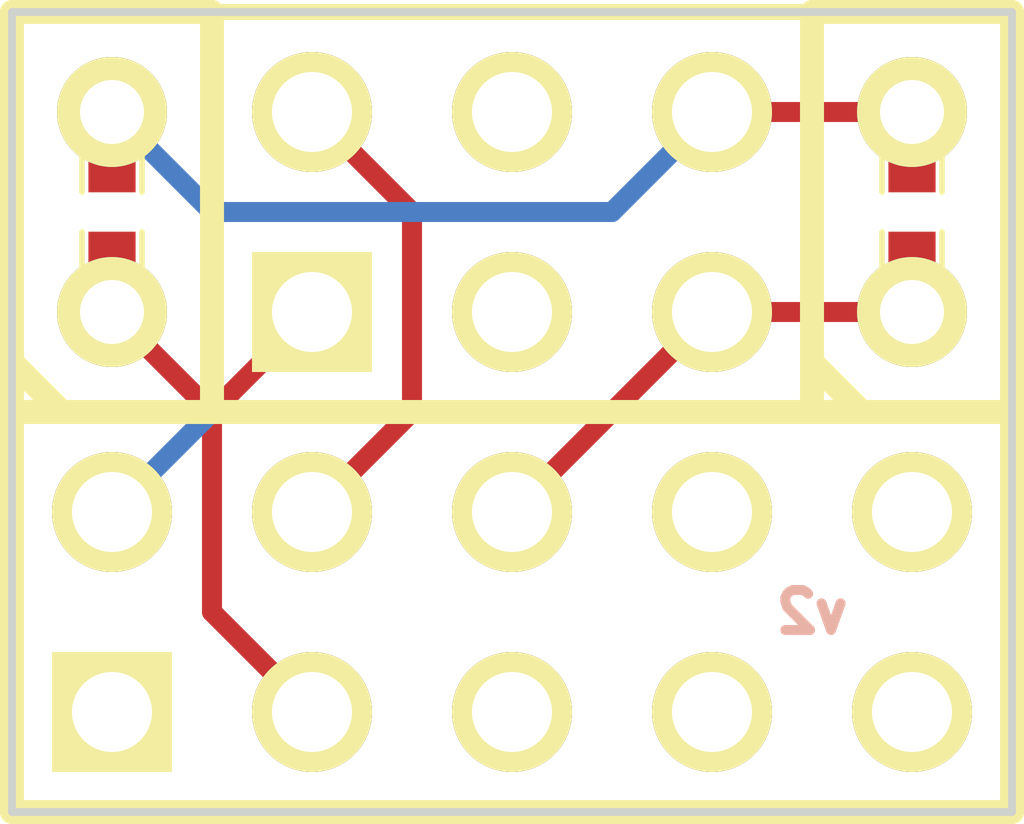
<source format=kicad_pcb>
(kicad_pcb (version 3) (host pcbnew "(2013-june-11)-stable")

  (general
    (links 12)
    (no_connects 0)
    (area 206.603599 148.9964 221.5896 161.696401)
    (thickness 1.6)
    (drawings 5)
    (tracks 19)
    (zones 0)
    (modules 6)
    (nets 5)
  )

  (page A3)
  (layers
    (15 F.Cu signal)
    (0 B.Cu signal)
    (16 B.Adhes user)
    (17 F.Adhes user)
    (18 B.Paste user)
    (19 F.Paste user)
    (20 B.SilkS user)
    (21 F.SilkS user)
    (22 B.Mask user)
    (23 F.Mask user)
    (24 Dwgs.User user)
    (25 Cmts.User user)
    (26 Eco1.User user)
    (27 Eco2.User user)
    (28 Edge.Cuts user)
  )

  (setup
    (last_trace_width 0.254)
    (trace_clearance 0.254)
    (zone_clearance 0.508)
    (zone_45_only no)
    (trace_min 0.254)
    (segment_width 0.2)
    (edge_width 0.1)
    (via_size 0.889)
    (via_drill 0.635)
    (via_min_size 0.889)
    (via_min_drill 0.508)
    (uvia_size 0.508)
    (uvia_drill 0.127)
    (uvias_allowed no)
    (uvia_min_size 0.508)
    (uvia_min_drill 0.127)
    (pcb_text_width 0.3)
    (pcb_text_size 1.5 1.5)
    (mod_edge_width 0.15)
    (mod_text_size 1 1)
    (mod_text_width 0.15)
    (pad_size 1.5 1.5)
    (pad_drill 0.6)
    (pad_to_mask_clearance 0)
    (aux_axis_origin 0 0)
    (visible_elements FFFFFFBF)
    (pcbplotparams
      (layerselection 284983297)
      (usegerberextensions true)
      (excludeedgelayer true)
      (linewidth 0.150000)
      (plotframeref false)
      (viasonmask false)
      (mode 1)
      (useauxorigin false)
      (hpglpennumber 1)
      (hpglpenspeed 20)
      (hpglpendiameter 15)
      (hpglpenoverlay 2)
      (psnegative false)
      (psa4output false)
      (plotreference true)
      (plotvalue true)
      (plotothertext true)
      (plotinvisibletext false)
      (padsonsilk false)
      (subtractmaskfromsilk false)
      (outputformat 1)
      (mirror false)
      (drillshape 0)
      (scaleselection 1)
      (outputdirectory gerbers/))
  )

  (net 0 "")
  (net 1 /PDI_C)
  (net 2 /PDI_D)
  (net 3 /VREF)
  (net 4 GND)

  (net_class Default "This is the default net class."
    (clearance 0.254)
    (trace_width 0.254)
    (via_dia 0.889)
    (via_drill 0.635)
    (uvia_dia 0.508)
    (uvia_drill 0.127)
    (add_net "")
    (add_net /PDI_C)
    (add_net /PDI_D)
    (add_net /VREF)
    (add_net GND)
  )

  (module PIN_ARRAY_5x2 (layer F.Cu) (tedit 5384E9D7) (tstamp 5384EA06)
    (at 213.36 158.75)
    (descr "Double rangee de contacts 2 x 5 pins")
    (tags CONN)
    (path /537D6005)
    (fp_text reference P102 (at 0.635 -3.81) (layer F.SilkS) hide
      (effects (font (size 1.016 1.016) (thickness 0.2032)))
    )
    (fp_text value CONN_10 (at 0 -3.81) (layer F.SilkS) hide
      (effects (font (size 1.016 1.016) (thickness 0.2032)))
    )
    (fp_line (start -6.35 -2.54) (end 6.35 -2.54) (layer F.SilkS) (width 0.3048))
    (fp_line (start 6.35 -2.54) (end 6.35 2.54) (layer F.SilkS) (width 0.3048))
    (fp_line (start 6.35 2.54) (end -6.35 2.54) (layer F.SilkS) (width 0.3048))
    (fp_line (start -6.35 2.54) (end -6.35 -2.54) (layer F.SilkS) (width 0.3048))
    (pad 1 thru_hole rect (at -5.08 1.27) (size 1.524 1.524) (drill 1.016)
      (layers *.Cu *.Mask F.SilkS)
    )
    (pad 2 thru_hole circle (at -5.08 -1.27) (size 1.524 1.524) (drill 1.016)
      (layers *.Cu *.Mask F.SilkS)
      (net 4 GND)
    )
    (pad 3 thru_hole circle (at -2.54 1.27) (size 1.524 1.524) (drill 1.016)
      (layers *.Cu *.Mask F.SilkS)
      (net 2 /PDI_D)
    )
    (pad 4 thru_hole circle (at -2.54 -1.27) (size 1.524 1.524) (drill 1.016)
      (layers *.Cu *.Mask F.SilkS)
      (net 3 /VREF)
    )
    (pad 5 thru_hole circle (at 0 1.27) (size 1.524 1.524) (drill 1.016)
      (layers *.Cu *.Mask F.SilkS)
    )
    (pad 6 thru_hole circle (at 0 -1.27) (size 1.524 1.524) (drill 1.016)
      (layers *.Cu *.Mask F.SilkS)
      (net 1 /PDI_C)
    )
    (pad 7 thru_hole circle (at 2.54 1.27) (size 1.524 1.524) (drill 1.016)
      (layers *.Cu *.Mask F.SilkS)
    )
    (pad 8 thru_hole circle (at 2.54 -1.27) (size 1.524 1.524) (drill 1.016)
      (layers *.Cu *.Mask F.SilkS)
    )
    (pad 9 thru_hole circle (at 5.08 1.27) (size 1.524 1.524) (drill 1.016)
      (layers *.Cu *.Mask F.SilkS)
    )
    (pad 10 thru_hole circle (at 5.08 -1.27) (size 1.524 1.524) (drill 1.016)
      (layers *.Cu *.Mask F.SilkS)
    )
    (model pin_array/pins_array_5x2.wrl
      (at (xyz 0 0 0))
      (scale (xyz 1 1 1))
      (rotate (xyz 0 0 0))
    )
  )

  (module C1 (layer F.Cu) (tedit 5384ECE5) (tstamp 5384EAEB)
    (at 218.44 153.67 90)
    (descr "Condensateur e = 1 pas")
    (tags C)
    (path /5384E9CF)
    (fp_text reference C104 (at 0.254 -2.286 90) (layer F.SilkS) hide
      (effects (font (size 1.016 1.016) (thickness 0.2032)))
    )
    (fp_text value 25pF (at 0 -2.286 90) (layer F.SilkS) hide
      (effects (font (size 1.016 1.016) (thickness 0.2032)))
    )
    (fp_line (start -2.4892 -1.27) (end 2.54 -1.27) (layer F.SilkS) (width 0.3048))
    (fp_line (start 2.54 -1.27) (end 2.54 1.27) (layer F.SilkS) (width 0.3048))
    (fp_line (start 2.54 1.27) (end -2.54 1.27) (layer F.SilkS) (width 0.3048))
    (fp_line (start -2.54 1.27) (end -2.54 -1.27) (layer F.SilkS) (width 0.3048))
    (fp_line (start -2.54 -0.635) (end -1.905 -1.27) (layer F.SilkS) (width 0.3048))
    (pad 1 thru_hole circle (at -1.27 0 90) (size 1.397 1.397) (drill 0.8128)
      (layers *.Cu *.Mask F.SilkS)
      (net 1 /PDI_C)
    )
    (pad 2 thru_hole circle (at 1.27 0 90) (size 1.397 1.397) (drill 0.8128)
      (layers *.Cu *.Mask F.SilkS)
      (net 4 GND)
    )
    (model discret/capa_1_pas.wrl
      (at (xyz 0 0 0))
      (scale (xyz 1 1 1))
      (rotate (xyz 0 0 0))
    )
  )

  (module SM0402_c (layer F.Cu) (tedit 5384ED24) (tstamp 5384E9C8)
    (at 218.44 153.67 90)
    (path /5384E884)
    (attr smd)
    (fp_text reference C101 (at 0 0 90) (layer F.SilkS) hide
      (effects (font (size 0.35052 0.3048) (thickness 0.07112)))
    )
    (fp_text value 25pF (at 0.09906 0 90) (layer F.SilkS) hide
      (effects (font (size 0.35052 0.3048) (thickness 0.07112)))
    )
    (fp_line (start -0.254 -0.381) (end -0.762 -0.381) (layer F.SilkS) (width 0.07112))
    (fp_line (start -0.762 -0.381) (end -0.762 0.381) (layer F.SilkS) (width 0.07112))
    (fp_line (start -0.762 0.381) (end -0.254 0.381) (layer F.SilkS) (width 0.07112))
    (fp_line (start 0.254 -0.381) (end 0.762 -0.381) (layer F.SilkS) (width 0.07112))
    (fp_line (start 0.762 -0.381) (end 0.762 0.381) (layer F.SilkS) (width 0.07112))
    (fp_line (start 0.762 0.381) (end 0.254 0.381) (layer F.SilkS) (width 0.07112))
    (pad 1 smd rect (at -0.44958 0 90) (size 0.39878 0.59944)
      (layers F.Cu F.Paste F.Mask)
      (net 1 /PDI_C)
    )
    (pad 2 smd rect (at 0.44958 0 90) (size 0.39878 0.59944)
      (layers F.Cu F.Paste F.Mask)
      (net 4 GND)
    )
    (model smd/capacitors/C0402.wrl
      (at (xyz 0 0 0))
      (scale (xyz 0.27 0.27 0.27))
      (rotate (xyz 0 0 0))
    )
  )

  (module SM0402_c (layer F.Cu) (tedit 5384ED28) (tstamp 5384E9D4)
    (at 208.28 153.67 90)
    (path /5384E893)
    (attr smd)
    (fp_text reference C102 (at 0 0 90) (layer F.SilkS) hide
      (effects (font (size 0.35052 0.3048) (thickness 0.07112)))
    )
    (fp_text value 25pF (at 0.09906 0 90) (layer F.SilkS) hide
      (effects (font (size 0.35052 0.3048) (thickness 0.07112)))
    )
    (fp_line (start -0.254 -0.381) (end -0.762 -0.381) (layer F.SilkS) (width 0.07112))
    (fp_line (start -0.762 -0.381) (end -0.762 0.381) (layer F.SilkS) (width 0.07112))
    (fp_line (start -0.762 0.381) (end -0.254 0.381) (layer F.SilkS) (width 0.07112))
    (fp_line (start 0.254 -0.381) (end 0.762 -0.381) (layer F.SilkS) (width 0.07112))
    (fp_line (start 0.762 -0.381) (end 0.762 0.381) (layer F.SilkS) (width 0.07112))
    (fp_line (start 0.762 0.381) (end 0.254 0.381) (layer F.SilkS) (width 0.07112))
    (pad 1 smd rect (at -0.44958 0 90) (size 0.39878 0.59944)
      (layers F.Cu F.Paste F.Mask)
      (net 2 /PDI_D)
    )
    (pad 2 smd rect (at 0.44958 0 90) (size 0.39878 0.59944)
      (layers F.Cu F.Paste F.Mask)
      (net 4 GND)
    )
    (model smd/capacitors/C0402.wrl
      (at (xyz 0 0 0))
      (scale (xyz 0.27 0.27 0.27))
      (rotate (xyz 0 0 0))
    )
  )

  (module pin_array_3x2 (layer F.Cu) (tedit 5384E9D5) (tstamp 5384EA14)
    (at 213.36 153.67)
    (descr "Double rangee de contacts 2 x 4 pins")
    (tags CONN)
    (path /537D5FEC)
    (fp_text reference P101 (at 0 -3.81) (layer F.SilkS) hide
      (effects (font (size 1.016 1.016) (thickness 0.2032)))
    )
    (fp_text value CONN_6 (at 0 3.81) (layer F.SilkS) hide
      (effects (font (size 1.016 1.016) (thickness 0.2032)))
    )
    (fp_line (start 3.81 2.54) (end -3.81 2.54) (layer F.SilkS) (width 0.2032))
    (fp_line (start -3.81 -2.54) (end 3.81 -2.54) (layer F.SilkS) (width 0.2032))
    (fp_line (start 3.81 -2.54) (end 3.81 2.54) (layer F.SilkS) (width 0.2032))
    (fp_line (start -3.81 2.54) (end -3.81 -2.54) (layer F.SilkS) (width 0.2032))
    (pad 1 thru_hole rect (at -2.54 1.27) (size 1.524 1.524) (drill 1.016)
      (layers *.Cu *.Mask F.SilkS)
      (net 2 /PDI_D)
    )
    (pad 2 thru_hole circle (at -2.54 -1.27) (size 1.524 1.524) (drill 1.016)
      (layers *.Cu *.Mask F.SilkS)
      (net 3 /VREF)
    )
    (pad 3 thru_hole circle (at 0 1.27) (size 1.524 1.524) (drill 1.016)
      (layers *.Cu *.Mask F.SilkS)
    )
    (pad 4 thru_hole circle (at 0 -1.27) (size 1.524 1.524) (drill 1.016)
      (layers *.Cu *.Mask F.SilkS)
    )
    (pad 5 thru_hole circle (at 2.54 1.27) (size 1.524 1.524) (drill 1.016)
      (layers *.Cu *.Mask F.SilkS)
      (net 1 /PDI_C)
    )
    (pad 6 thru_hole circle (at 2.54 -1.27) (size 1.524 1.524) (drill 1.016)
      (layers *.Cu *.Mask F.SilkS)
      (net 4 GND)
    )
    (model pin_array/pins_array_3x2.wrl
      (at (xyz 0 0 0))
      (scale (xyz 1 1 1))
      (rotate (xyz 0 0 0))
    )
  )

  (module C1 (layer F.Cu) (tedit 5384ECE7) (tstamp 5384EAF6)
    (at 208.28 153.67 90)
    (descr "Condensateur e = 1 pas")
    (tags C)
    (path /5384E9D5)
    (fp_text reference C105 (at 0.254 -2.286 90) (layer F.SilkS) hide
      (effects (font (size 1.016 1.016) (thickness 0.2032)))
    )
    (fp_text value 25pF (at 0 -2.286 90) (layer F.SilkS) hide
      (effects (font (size 1.016 1.016) (thickness 0.2032)))
    )
    (fp_line (start -2.4892 -1.27) (end 2.54 -1.27) (layer F.SilkS) (width 0.3048))
    (fp_line (start 2.54 -1.27) (end 2.54 1.27) (layer F.SilkS) (width 0.3048))
    (fp_line (start 2.54 1.27) (end -2.54 1.27) (layer F.SilkS) (width 0.3048))
    (fp_line (start -2.54 1.27) (end -2.54 -1.27) (layer F.SilkS) (width 0.3048))
    (fp_line (start -2.54 -0.635) (end -1.905 -1.27) (layer F.SilkS) (width 0.3048))
    (pad 1 thru_hole circle (at -1.27 0 90) (size 1.397 1.397) (drill 0.8128)
      (layers *.Cu *.Mask F.SilkS)
      (net 2 /PDI_D)
    )
    (pad 2 thru_hole circle (at 1.27 0 90) (size 1.397 1.397) (drill 0.8128)
      (layers *.Cu *.Mask F.SilkS)
      (net 4 GND)
    )
    (model discret/capa_1_pas.wrl
      (at (xyz 0 0 0))
      (scale (xyz 1 1 1))
      (rotate (xyz 0 0 0))
    )
  )

  (gr_text v2 (at 217.17 158.75) (layer B.SilkS)
    (effects (font (size 0.508 0.508) (thickness 0.127)) (justify mirror))
  )
  (gr_line (start 207.01 161.29) (end 207.01 151.13) (angle 90) (layer Edge.Cuts) (width 0.1))
  (gr_line (start 219.71 161.29) (end 207.01 161.29) (angle 90) (layer Edge.Cuts) (width 0.1))
  (gr_line (start 219.71 161.29) (end 219.71 151.13) (angle 90) (layer Edge.Cuts) (width 0.1))
  (gr_line (start 207.01 151.13) (end 219.71 151.13) (angle 90) (layer Edge.Cuts) (width 0.1))

  (segment (start 215.9 154.94) (end 218.44 154.94) (width 0.254) (layer F.Cu) (net 1))
  (segment (start 213.36 157.48) (end 215.9 154.94) (width 0.254) (layer F.Cu) (net 1))
  (segment (start 218.44 154.94) (end 218.44 154.11958) (width 0.254) (layer F.Cu) (net 1))
  (segment (start 209.55 156.21) (end 208.28 154.94) (width 0.254) (layer F.Cu) (net 2))
  (segment (start 210.82 160.02) (end 209.55 158.75) (width 0.254) (layer F.Cu) (net 2))
  (segment (start 209.55 156.21) (end 210.82 154.94) (width 0.254) (layer F.Cu) (net 2) (tstamp 53EB9B24))
  (segment (start 209.55 158.75) (end 209.55 156.21) (width 0.254) (layer F.Cu) (net 2) (tstamp 53EB9B23))
  (segment (start 208.28 154.94) (end 208.28 154.11958) (width 0.254) (layer F.Cu) (net 2))
  (segment (start 210.82 157.48) (end 212.09 156.21) (width 0.254) (layer F.Cu) (net 3))
  (segment (start 212.09 153.67) (end 210.82 152.4) (width 0.254) (layer F.Cu) (net 3) (tstamp 53EB9B29))
  (segment (start 212.09 156.21) (end 212.09 153.67) (width 0.254) (layer F.Cu) (net 3) (tstamp 53EB9B28))
  (segment (start 209.55 153.67) (end 214.63 153.67) (width 0.254) (layer B.Cu) (net 4))
  (segment (start 214.63 153.67) (end 215.9 152.4) (width 0.254) (layer B.Cu) (net 4) (tstamp 53EB9C21))
  (segment (start 208.28 157.48) (end 209.55 156.21) (width 0.254) (layer B.Cu) (net 4))
  (segment (start 209.55 153.67) (end 208.28 152.4) (width 0.254) (layer B.Cu) (net 4) (tstamp 53EB9C1D))
  (segment (start 209.55 156.21) (end 209.55 153.67) (width 0.254) (layer B.Cu) (net 4) (tstamp 53EB9C1C))
  (segment (start 208.28 153.22042) (end 208.28 152.4) (width 0.254) (layer F.Cu) (net 4))
  (segment (start 218.44 152.4) (end 215.9 152.4) (width 0.254) (layer F.Cu) (net 4))
  (segment (start 218.44 152.4) (end 218.44 153.22042) (width 0.254) (layer F.Cu) (net 4) (tstamp 5384EB8C))

)

</source>
